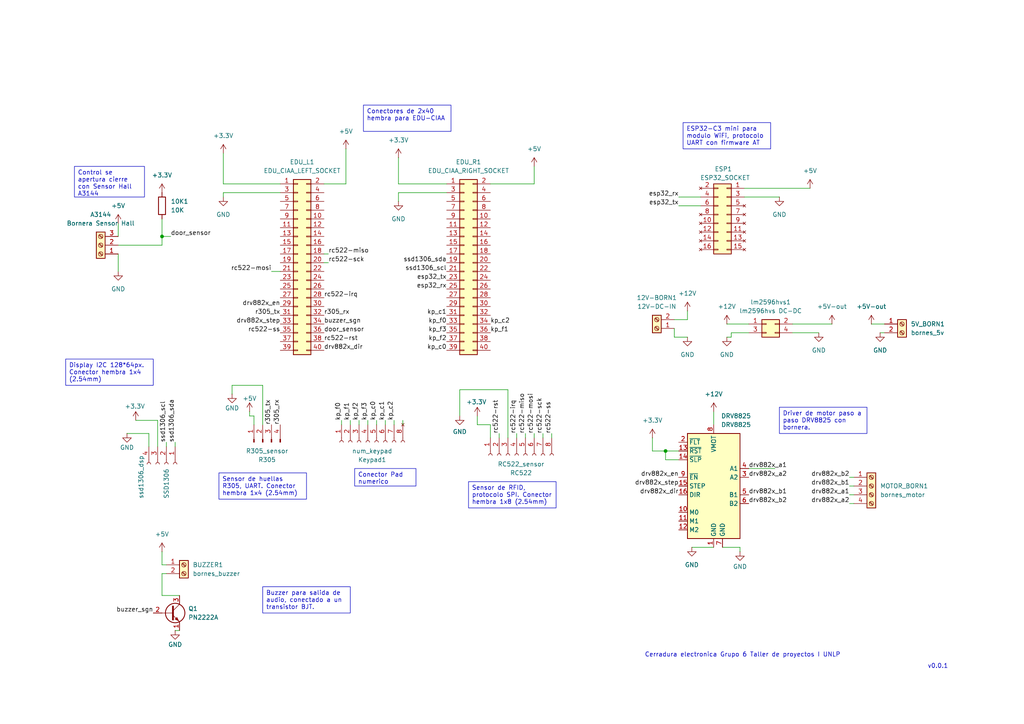
<source format=kicad_sch>
(kicad_sch (version 20250114) (generator "eeschema") (generator_version "9.0")
  (paper "A4")
  (lib_symbols
    (symbol "Conn_01x08_Socket_1" (pin_names (offset 1.016) (hide yes))
      (property "Reference" "Keypad1" (at 5.08 -1.27 90))
      (property "Value" "num_keypad" (at 2.54 -1.27 90))
      (symbol "Conn_01x08_Socket_1_1_1"
        (polyline (pts (xy -1.27 7.62) (xy -0.508 7.62)) (stroke (width 0.1524)))
        (polyline (pts (xy -1.27 5.08) (xy -0.508 5.08)) (stroke (width 0.1524)))
        (polyline (pts (xy -1.27 2.54) (xy -0.508 2.54)) (stroke (width 0.1524)))
        (polyline (pts (xy -1.27 0) (xy -0.508 0)) (stroke (width 0.1524)))
        (polyline (pts (xy -1.27 -2.54) (xy -0.508 -2.54)) (stroke (width 0.1524)))
        (polyline (pts (xy -1.27 -5.08) (xy -0.508 -5.08)) (stroke (width 0.1524)))
        (polyline (pts (xy -1.27 -7.62) (xy -0.508 -7.62)) (stroke (width 0.1524)))
        (polyline (pts (xy -1.27 -10.16) (xy -0.508 -10.16)) (stroke (width 0.1524)))
        (arc (start 0 7.112) (mid -0.5058 7.62) (end 0 8.128) (stroke (width 0.1524)))
        (arc (start 0 4.572) (mid -0.5058 5.08) (end 0 5.588) (stroke (width 0.1524)))
        (arc (start 0 2.032) (mid -0.5058 2.54) (end 0 3.048) (stroke (width 0.1524)))
        (arc (start 0 -0.508) (mid -0.5058 0) (end 0 0.508) (stroke (width 0.1524)))
        (arc (start 0 -3.048) (mid -0.5058 -2.54) (end 0 -2.032) (stroke (width 0.1524)))
        (arc (start 0 -5.588) (mid -0.5058 -5.08) (end 0 -4.572) (stroke (width 0.1524)))
        (arc (start 0 -8.128) (mid -0.5058 -7.62) (end 0 -7.112) (stroke (width 0.1524)))
        (arc (start 0 -10.668) (mid -0.5058 -10.16) (end 0 -9.652) (stroke (width 0.1524)))
        (pin passive line (at -5.08 7.62 0) (length 3.81) (name "F0") (number "1"))
        (pin passive line (at -5.08 5.08 0) (length 3.81) (name "F1") (number "2"))
        (pin passive line (at -5.08 2.54 0) (length 3.81) (name "F2") (number "3"))
        (pin passive line (at -5.08 0 0) (length 3.81) (name "F3") (number "4"))
        (pin passive line (at -5.08 -2.54 0) (length 3.81) (name "C0") (number "5"))
        (pin passive line (at -5.08 -5.08 0) (length 3.81) (name "C1") (number "6"))
        (pin passive line (at -5.08 -7.62 0) (length 3.81) (name "C2") (number "7"))
        (pin no_connect line (at -5.08 -10.16 0) (length 3.81) (name "Pin_8") (number "8"))
      )
    )
    (symbol "Connector:Conn_01x04_Pin" (pin_names (offset 1.016) (hide yes))
      (property "Reference" "R305" (at -5.08 -1.27 90))
      (property "Value" "R305_sensor" (at -2.54 -1.27 90))
      (symbol "Conn_01x04_Pin_1_1"
        (rectangle (start 0.8636 2.667) (end 0 2.413) (stroke (width 0.1524)) (fill (type outline)))
        (rectangle (start 0.8636 0.127) (end 0 -0.127) (stroke (width 0.1524)) (fill (type outline)))
        (rectangle (start 0.8636 -2.413) (end 0 -2.667) (stroke (width 0.1524)) (fill (type outline)))
        (rectangle (start 0.8636 -4.953) (end 0 -5.207) (stroke (width 0.1524)) (fill (type outline)))
        (polyline (pts (xy 1.27 2.54) (xy 0.8636 2.54)) (stroke (width 0.1524)))
        (polyline (pts (xy 1.27 0) (xy 0.8636 0)) (stroke (width 0.1524)))
        (polyline (pts (xy 1.27 -2.54) (xy 0.8636 -2.54)) (stroke (width 0.1524)))
        (polyline (pts (xy 1.27 -5.08) (xy 0.8636 -5.08)) (stroke (width 0.1524)))
        (pin passive line (at 5.08 2.54 180) (length 3.81) (name "5v") (number "1"))
        (pin passive line (at 5.08 0 180) (length 3.81) (name "GND") (number "2"))
        (pin passive line (at 5.08 -2.54 180) (length 3.81) (name "TX") (number "3"))
        (pin passive line (at 5.08 -5.08 180) (length 3.81) (name "RX") (number "4"))
      )
    )
    (symbol "Connector:Conn_01x04_Socket" (pin_names (offset 1.016) (hide yes))
      (property "Reference" "SSD1306" (at 1.27 0.0001 0))
      (property "Value" "ssd1306_dsp" (at -2.54 -7.366 0))
      (symbol "Conn_01x04_Socket_1_1"
        (polyline (pts (xy -1.27 2.54) (xy -0.508 2.54)) (stroke (width 0.1524)))
        (polyline (pts (xy -1.27 0) (xy -0.508 0)) (stroke (width 0.1524)))
        (polyline (pts (xy -1.27 -2.54) (xy -0.508 -2.54)) (stroke (width 0.1524)))
        (polyline (pts (xy -1.27 -5.08) (xy -0.508 -5.08)) (stroke (width 0.1524)))
        (arc (start 0 2.032) (mid -0.5058 2.54) (end 0 3.048) (stroke (width 0.1524)))
        (arc (start 0 -0.508) (mid -0.5058 0) (end 0 0.508) (stroke (width 0.1524)))
        (arc (start 0 -3.048) (mid -0.5058 -2.54) (end 0 -2.032) (stroke (width 0.1524)))
        (arc (start 0 -5.588) (mid -0.5058 -5.08) (end 0 -4.572) (stroke (width 0.1524)))
        (pin passive line (at -5.08 2.54 0) (length 3.81) (name "sda") (number "1"))
        (pin passive line (at -5.08 0 0) (length 3.81) (name "scl") (number "2"))
        (pin passive line (at -5.08 -2.54 0) (length 3.81) (name "3v") (number "3"))
        (pin passive line (at -5.08 -5.08 0) (length 3.81) (name "gnd") (number "4"))
      )
    )
    (symbol "Connector:Conn_01x08_Socket" (pin_names (offset 1.016) (hide yes))
      (property "Reference" "J" (at 0 10.16 0))
      (property "Value" "Conn_01x08_Socket" (at 0 -12.7 0))
      (symbol "Conn_01x08_Socket_1_1"
        (polyline (pts (xy -1.27 7.62) (xy -0.508 7.62)) (stroke (width 0.1524)))
        (polyline (pts (xy -1.27 5.08) (xy -0.508 5.08)) (stroke (width 0.1524)))
        (polyline (pts (xy -1.27 2.54) (xy -0.508 2.54)) (stroke (width 0.1524)))
        (polyline (pts (xy -1.27 0) (xy -0.508 0)) (stroke (width 0.1524)))
        (polyline (pts (xy -1.27 -2.54) (xy -0.508 -2.54)) (stroke (width 0.1524)))
        (polyline (pts (xy -1.27 -5.08) (xy -0.508 -5.08)) (stroke (width 0.1524)))
        (polyline (pts (xy -1.27 -7.62) (xy -0.508 -7.62)) (stroke (width 0.1524)))
        (polyline (pts (xy -1.27 -10.16) (xy -0.508 -10.16)) (stroke (width 0.1524)))
        (arc (start 0 7.112) (mid -0.5058 7.62) (end 0 8.128) (stroke (width 0.1524)))
        (arc (start 0 4.572) (mid -0.5058 5.08) (end 0 5.588) (stroke (width 0.1524)))
        (arc (start 0 2.032) (mid -0.5058 2.54) (end 0 3.048) (stroke (width 0.1524)))
        (arc (start 0 -0.508) (mid -0.5058 0) (end 0 0.508) (stroke (width 0.1524)))
        (arc (start 0 -3.048) (mid -0.5058 -2.54) (end 0 -2.032) (stroke (width 0.1524)))
        (arc (start 0 -5.588) (mid -0.5058 -5.08) (end 0 -4.572) (stroke (width 0.1524)))
        (arc (start 0 -8.128) (mid -0.5058 -7.62) (end 0 -7.112) (stroke (width 0.1524)))
        (arc (start 0 -10.668) (mid -0.5058 -10.16) (end 0 -9.652) (stroke (width 0.1524)))
        (pin passive line (at -5.08 7.62 0) (length 3.81) (name "Pin_1") (number "1"))
        (pin passive line (at -5.08 5.08 0) (length 3.81) (name "Pin_2") (number "2"))
        (pin passive line (at -5.08 2.54 0) (length 3.81) (name "Pin_3") (number "3"))
        (pin passive line (at -5.08 0 0) (length 3.81) (name "Pin_4") (number "4"))
        (pin passive line (at -5.08 -2.54 0) (length 3.81) (name "Pin_5") (number "5"))
        (pin passive line (at -5.08 -5.08 0) (length 3.81) (name "Pin_6") (number "6"))
        (pin passive line (at -5.08 -7.62 0) (length 3.81) (name "Pin_7") (number "7"))
        (pin passive line (at -5.08 -10.16 0) (length 3.81) (name "Pin_8") (number "8"))
      )
    )
    (symbol "Connector:Screw_Terminal_01x02" (pin_names (offset 1.016) (hide yes))
      (property "Reference" "J" (at 0 2.54 0))
      (property "Value" "Screw_Terminal_01x02" (at 0 -5.08 0))
      (symbol "Screw_Terminal_01x02_1_1"
        (rectangle (start -1.27 1.27) (end 1.27 -3.81) (stroke (width 0.254)) (fill (type background)))
        (polyline (pts (xy -0.5334 0.3302) (xy 0.3302 -0.508)) (stroke (width 0.1524)))
        (polyline (pts (xy -0.5334 -2.2098) (xy 0.3302 -3.048)) (stroke (width 0.1524)))
        (polyline (pts (xy -0.3556 0.508) (xy 0.508 -0.3302)) (stroke (width 0.1524)))
        (polyline (pts (xy -0.3556 -2.032) (xy 0.508 -2.8702)) (stroke (width 0.1524)))
        (circle (center 0 0) (radius 0.635) (stroke (width 0.1524)))
        (circle (center 0 -2.54) (radius 0.635) (stroke (width 0.1524)))
        (pin passive line (at -5.08 0 0) (length 3.81) (name "Pin_1") (number "1"))
        (pin passive line (at -5.08 -2.54 0) (length 3.81) (name "Pin_2") (number "2"))
      )
    )
    (symbol "Connector:Screw_Terminal_01x03" (pin_names (offset 1.016) (hide yes))
      (property "Reference" "J" (at 0 5.08 0))
      (property "Value" "Screw_Terminal_01x03" (at 0 -5.08 0))
      (symbol "Screw_Terminal_01x03_1_1"
        (rectangle (start -1.27 3.81) (end 1.27 -3.81) (stroke (width 0.254)) (fill (type background)))
        (polyline (pts (xy -0.5334 2.8702) (xy 0.3302 2.032)) (stroke (width 0.1524)))
        (polyline (pts (xy -0.5334 0.3302) (xy 0.3302 -0.508)) (stroke (width 0.1524)))
        (polyline (pts (xy -0.5334 -2.2098) (xy 0.3302 -3.048)) (stroke (width 0.1524)))
        (polyline (pts (xy -0.3556 3.048) (xy 0.508 2.2098)) (stroke (width 0.1524)))
        (polyline (pts (xy -0.3556 0.508) (xy 0.508 -0.3302)) (stroke (width 0.1524)))
        (polyline (pts (xy -0.3556 -2.032) (xy 0.508 -2.8702)) (stroke (width 0.1524)))
        (circle (center 0 2.54) (radius 0.635) (stroke (width 0.1524)))
        (circle (center 0 0) (radius 0.635) (stroke (width 0.1524)))
        (circle (center 0 -2.54) (radius 0.635) (stroke (width 0.1524)))
        (pin passive line (at -5.08 2.54 0) (length 3.81) (name "Pin_1") (number "1"))
        (pin passive line (at -5.08 0 0) (length 3.81) (name "Pin_2") (number "2"))
        (pin passive line (at -5.08 -2.54 0) (length 3.81) (name "Pin_3") (number "3"))
      )
    )
    (symbol "Connector:Screw_Terminal_01x04" (pin_names (offset 1.016) (hide yes))
      (property "Reference" "J" (at 0 5.08 0))
      (property "Value" "Screw_Terminal_01x04" (at 0 -7.62 0))
      (symbol "Screw_Terminal_01x04_1_1"
        (rectangle (start -1.27 3.81) (end 1.27 -6.35) (stroke (width 0.254)) (fill (type background)))
        (polyline (pts (xy -0.5334 2.8702) (xy 0.3302 2.032)) (stroke (width 0.1524)))
        (polyline (pts (xy -0.5334 0.3302) (xy 0.3302 -0.508)) (stroke (width 0.1524)))
        (polyline (pts (xy -0.5334 -2.2098) (xy 0.3302 -3.048)) (stroke (width 0.1524)))
        (polyline (pts (xy -0.5334 -4.7498) (xy 0.3302 -5.588)) (stroke (width 0.1524)))
        (polyline (pts (xy -0.3556 3.048) (xy 0.508 2.2098)) (stroke (width 0.1524)))
        (polyline (pts (xy -0.3556 0.508) (xy 0.508 -0.3302)) (stroke (width 0.1524)))
        (polyline (pts (xy -0.3556 -2.032) (xy 0.508 -2.8702)) (stroke (width 0.1524)))
        (polyline (pts (xy -0.3556 -4.572) (xy 0.508 -5.4102)) (stroke (width 0.1524)))
        (circle (center 0 2.54) (radius 0.635) (stroke (width 0.1524)))
        (circle (center 0 0) (radius 0.635) (stroke (width 0.1524)))
        (circle (center 0 -2.54) (radius 0.635) (stroke (width 0.1524)))
        (circle (center 0 -5.08) (radius 0.635) (stroke (width 0.1524)))
        (pin passive line (at -5.08 2.54 0) (length 3.81) (name "Pin_1") (number "1"))
        (pin passive line (at -5.08 0 0) (length 3.81) (name "Pin_2") (number "2"))
        (pin passive line (at -5.08 -2.54 0) (length 3.81) (name "Pin_3") (number "3"))
        (pin passive line (at -5.08 -5.08 0) (length 3.81) (name "Pin_4") (number "4"))
      )
    )
    (symbol "Connector_Generic:Conn_02x02_Odd_Even" (pin_names (offset 1.016) (hide yes))
      (property "Reference" "lm2596hvs1" (at 1.27 6.35 0))
      (property "Value" "lm2596hvs DC-DC" (at 1.27 3.81 0))
      (symbol "Conn_02x02_Odd_Even_1_1"
        (rectangle (start -1.27 1.27) (end 3.81 -3.81) (stroke (width 0.254)) (fill (type background)))
        (rectangle (start -1.27 0.127) (end 0 -0.127) (stroke (width 0.1524)))
        (rectangle (start -1.27 -2.413) (end 0 -2.667) (stroke (width 0.1524)))
        (rectangle (start 3.81 0.127) (end 2.54 -0.127) (stroke (width 0.1524)))
        (rectangle (start 3.81 -2.413) (end 2.54 -2.667) (stroke (width 0.1524)))
        (pin passive line (at -5.08 0 0) (length 3.81) (name "in+") (number "1"))
        (pin passive line (at -5.08 -2.54 0) (length 3.81) (name "in-") (number "3"))
        (pin passive line (at 7.62 0 180) (length 3.81) (name "out+") (number "2"))
        (pin passive line (at 7.62 -2.54 180) (length 3.81) (name "out-") (number "4"))
      )
    )
    (symbol "Connector_Generic:Conn_02x08_Odd_Even" (pin_names (offset 1.016) (hide yes))
      (property "Reference" "ESP" (at 0.254 13.208 0))
      (property "Value" "ESP32_SOCKET" (at 0.762 10.668 0))
      (symbol "Conn_02x08_Odd_Even_1_1"
        (rectangle (start -2.54 7.747) (end -1.27 7.493) (stroke (width 0.1524)))
        (rectangle (start -2.54 5.207) (end -1.27 4.953) (stroke (width 0.1524)))
        (rectangle (start -2.54 2.667) (end -1.27 2.413) (stroke (width 0.1524)))
        (rectangle (start -2.54 0.127) (end -1.27 -0.127) (stroke (width 0.1524)))
        (rectangle (start -2.54 -2.413) (end -1.27 -2.667) (stroke (width 0.1524)))
        (rectangle (start -2.54 -4.953) (end -1.27 -5.207) (stroke (width 0.1524)))
        (rectangle (start -2.54 -7.493) (end -1.27 -7.747) (stroke (width 0.1524)))
        (rectangle (start -2.54 -10.033) (end -1.27 -10.287) (stroke (width 0.1524)))
        (rectangle (start 2.54 8.89) (end -2.54 -11.43) (stroke (width 0.254)) (fill (type background)))
        (rectangle (start 2.54 7.747) (end 1.27 7.493) (stroke (width 0.1524)))
        (rectangle (start 2.54 5.207) (end 1.27 4.953) (stroke (width 0.1524)))
        (rectangle (start 2.54 2.667) (end 1.27 2.413) (stroke (width 0.1524)))
        (rectangle (start 2.54 0.127) (end 1.27 -0.127) (stroke (width 0.1524)))
        (rectangle (start 2.54 -2.413) (end 1.27 -2.667) (stroke (width 0.1524)))
        (rectangle (start 2.54 -4.953) (end 1.27 -5.207) (stroke (width 0.1524)))
        (rectangle (start 2.54 -7.493) (end 1.27 -7.747) (stroke (width 0.1524)))
        (rectangle (start 2.54 -10.033) (end 1.27 -10.287) (stroke (width 0.1524)))
        (pin no_connect line (at -6.35 7.62 0) (length 3.81) (name "Pin_2") (number "2"))
        (pin passive line (at -6.35 5.08 0) (length 3.81) (name "RX") (number "4"))
        (pin passive line (at -6.35 2.54 0) (length 3.81) (name "TX") (number "6"))
        (pin no_connect line (at -6.35 0 0) (length 3.81) (name "Pin_8") (number "8"))
        (pin no_connect line (at -6.35 -2.54 0) (length 3.81) (name "Pin_10") (number "10"))
        (pin no_connect line (at -6.35 -5.08 0) (length 3.81) (name "Pin_12") (number "12"))
        (pin no_connect line (at -6.35 -7.62 0) (length 3.81) (name "Pin_14") (number "14"))
        (pin no_connect line (at -6.35 -10.16 0) (length 3.81) (name "Pin_16") (number "16"))
        (pin passive line (at 6.35 7.62 180) (length 3.81) (name "5v") (number "1"))
        (pin passive line (at 6.35 5.08 180) (length 3.81) (name "G") (number "3"))
        (pin no_connect line (at 6.35 2.54 180) (length 3.81) (name "3v") (number "5"))
        (pin no_connect line (at 6.35 0 180) (length 3.81) (name "Pin_7") (number "7"))
        (pin no_connect line (at 6.35 -2.54 180) (length 3.81) (name "Pin_9") (number "9"))
        (pin no_connect line (at 6.35 -5.08 180) (length 3.81) (name "Pin_11") (number "11"))
        (pin no_connect line (at 6.35 -7.62 180) (length 3.81) (name "Pin_13") (number "13"))
        (pin no_connect line (at 6.35 -10.16 180) (length 3.81) (name "Pin_15") (number "15"))
      )
    )
    (symbol "Connector_Generic:Conn_02x20_Odd_Even" (pin_names (offset 1.016) (hide yes))
      (property "Reference" "J" (at 1.27 25.4 0))
      (property "Value" "Conn_02x20_Odd_Even" (at 1.27 -27.94 0))
      (symbol "Conn_02x20_Odd_Even_1_1"
        (rectangle (start -1.27 24.13) (end 3.81 -26.67) (stroke (width 0.254)) (fill (type background)))
        (rectangle (start -1.27 22.987) (end 0 22.733) (stroke (width 0.1524)))
        (rectangle (start -1.27 20.447) (end 0 20.193) (stroke (width 0.1524)))
        (rectangle (start -1.27 17.907) (end 0 17.653) (stroke (width 0.1524)))
        (rectangle (start -1.27 15.367) (end 0 15.113) (stroke (width 0.1524)))
        (rectangle (start -1.27 12.827) (end 0 12.573) (stroke (width 0.1524)))
        (rectangle (start -1.27 10.287) (end 0 10.033) (stroke (width 0.1524)))
        (rectangle (start -1.27 7.747) (end 0 7.493) (stroke (width 0.1524)))
        (rectangle (start -1.27 5.207) (end 0 4.953) (stroke (width 0.1524)))
        (rectangle (start -1.27 2.667) (end 0 2.413) (stroke (width 0.1524)))
        (rectangle (start -1.27 0.127) (end 0 -0.127) (stroke (width 0.1524)))
        (rectangle (start -1.27 -2.413) (end 0 -2.667) (stroke (width 0.1524)))
        (rectangle (start -1.27 -4.953) (end 0 -5.207) (stroke (width 0.1524)))
        (rectangle (start -1.27 -7.493) (end 0 -7.747) (stroke (width 0.1524)))
        (rectangle (start -1.27 -10.033) (end 0 -10.287) (stroke (width 0.1524)))
        (rectangle (start -1.27 -12.573) (end 0 -12.827) (stroke (width 0.1524)))
        (rectangle (start -1.27 -15.113) (end 0 -15.367) (stroke (width 0.1524)))
        (rectangle (start -1.27 -17.653) (end 0 -17.907) (stroke (width 0.1524)))
        (rectangle (start -1.27 -20.193) (end 0 -20.447) (stroke (width 0.1524)))
        (rectangle (start -1.27 -22.733) (end 0 -22.987) (stroke (width 0.1524)))
        (rectangle (start -1.27 -25.273) (end 0 -25.527) (stroke (width 0.1524)))
        (rectangle (start 3.81 22.987) (end 2.54 22.733) (stroke (width 0.1524)))
        (rectangle (start 3.81 20.447) (end 2.54 20.193) (stroke (width 0.1524)))
        (rectangle (start 3.81 17.907) (end 2.54 17.653) (stroke (width 0.1524)))
        (rectangle (start 3.81 15.367) (end 2.54 15.113) (stroke (width 0.1524)))
        (rectangle (start 3.81 12.827) (end 2.54 12.573) (stroke (width 0.1524)))
        (rectangle (start 3.81 10.287) (end 2.54 10.033) (stroke (width 0.1524)))
        (rectangle (start 3.81 7.747) (end 2.54 7.493) (stroke (width 0.1524)))
        (rectangle (start 3.81 5.207) (end 2.54 4.953) (stroke (width 0.1524)))
        (rectangle (start 3.81 2.667) (end 2.54 2.413) (stroke (width 0.1524)))
        (rectangle (start 3.81 0.127) (end 2.54 -0.127) (stroke (width 0.1524)))
        (rectangle (start 3.81 -2.413) (end 2.54 -2.667) (stroke (width 0.1524)))
        (rectangle (start 3.81 -4.953) (end 2.54 -5.207) (stroke (width 0.1524)))
        (rectangle (start 3.81 -7.493) (end 2.54 -7.747) (stroke (width 0.1524)))
        (rectangle (start 3.81 -10.033) (end 2.54 -10.287) (stroke (width 0.1524)))
        (rectangle (start 3.81 -12.573) (end 2.54 -12.827) (stroke (width 0.1524)))
        (rectangle (start 3.81 -15.113) (end 2.54 -15.367) (stroke (width 0.1524)))
        (rectangle (start 3.81 -17.653) (end 2.54 -17.907) (stroke (width 0.1524)))
        (rectangle (start 3.81 -20.193) (end 2.54 -20.447) (stroke (width 0.1524)))
        (rectangle (start 3.81 -22.733) (end 2.54 -22.987) (stroke (width 0.1524)))
        (rectangle (start 3.81 -25.273) (end 2.54 -25.527) (stroke (width 0.1524)))
        (pin passive line (at -5.08 22.86 0) (length 3.81) (name "Pin_1") (number "1"))
        (pin passive line (at -5.08 20.32 0) (length 3.81) (name "Pin_3") (number "3"))
        (pin passive line (at -5.08 17.78 0) (length 3.81) (name "Pin_5") (number "5"))
        (pin passive line (at -5.08 15.24 0) (length 3.81) (name "Pin_7") (number "7"))
        (pin passive line (at -5.08 12.7 0) (length 3.81) (name "Pin_9") (number "9"))
        (pin passive line (at -5.08 10.16 0) (length 3.81) (name "Pin_11") (number "11"))
        (pin passive line (at -5.08 7.62 0) (length 3.81) (name "Pin_13") (number "13"))
        (pin passive line (at -5.08 5.08 0) (length 3.81) (name "Pin_15") (number "15"))
        (pin passive line (at -5.08 2.54 0) (length 3.81) (name "Pin_17") (number "17"))
        (pin passive line (at -5.08 0 0) (length 3.81) (name "Pin_19") (number "19"))
        (pin passive line (at -5.08 -2.54 0) (length 3.81) (name "Pin_21") (number "21"))
        (pin passive line (at -5.08 -5.08 0) (length 3.81) (name "Pin_23") (number "23"))
        (pin passive line (at -5.08 -7.62 0) (length 3.81) (name "Pin_25") (number "25"))
        (pin passive line (at -5.08 -10.16 0) (length 3.81) (name "Pin_27") (number "27"))
        (pin passive line (at -5.08 -12.7 0) (length 3.81) (name "Pin_29") (number "29"))
        (pin passive line (at -5.08 -15.24 0) (length 3.81) (name "Pin_31") (number "31"))
        (pin passive line (at -5.08 -17.78 0) (length 3.81) (name "Pin_33") (number "33"))
        (pin passive line (at -5.08 -20.32 0) (length 3.81) (name "Pin_35") (number "35"))
        (pin passive line (at -5.08 -22.86 0) (length 3.81) (name "Pin_37") (number "37"))
        (pin passive line (at -5.08 -25.4 0) (length 3.81) (name "Pin_39") (number "39"))
        (pin passive line (at 7.62 22.86 180) (length 3.81) (name "Pin_2") (number "2"))
        (pin passive line (at 7.62 20.32 180) (length 3.81) (name "Pin_4") (number "4"))
        (pin passive line (at 7.62 17.78 180) (length 3.81) (name "Pin_6") (number "6"))
        (pin passive line (at 7.62 15.24 180) (length 3.81) (name "Pin_8") (number "8"))
        (pin passive line (at 7.62 12.7 180) (length 3.81) (name "Pin_10") (number "10"))
        (pin passive line (at 7.62 10.16 180) (length 3.81) (name "Pin_12") (number "12"))
        (pin passive line (at 7.62 7.62 180) (length 3.81) (name "Pin_14") (number "14"))
        (pin passive line (at 7.62 5.08 180) (length 3.81) (name "Pin_16") (number "16"))
        (pin passive line (at 7.62 2.54 180) (length 3.81) (name "Pin_18") (number "18"))
        (pin passive line (at 7.62 0 180) (length 3.81) (name "Pin_20") (number "20"))
        (pin passive line (at 7.62 -2.54 180) (length 3.81) (name "Pin_22") (number "22"))
        (pin passive line (at 7.62 -5.08 180) (length 3.81) (name "Pin_24") (number "24"))
        (pin passive line (at 7.62 -7.62 180) (length 3.81) (name "Pin_26") (number "26"))
        (pin passive line (at 7.62 -10.16 180) (length 3.81) (name "Pin_28") (number "28"))
        (pin passive line (at 7.62 -12.7 180) (length 3.81) (name "Pin_30") (number "30"))
        (pin passive line (at 7.62 -15.24 180) (length 3.81) (name "Pin_32") (number "32"))
        (pin passive line (at 7.62 -17.78 180) (length 3.81) (name "Pin_34") (number "34"))
        (pin passive line (at 7.62 -20.32 180) (length 3.81) (name "Pin_36") (number "36"))
        (pin passive line (at 7.62 -22.86 180) (length 3.81) (name "Pin_38") (number "38"))
        (pin passive line (at 7.62 -25.4 180) (length 3.81) (name "Pin_40") (number "40"))
      )
    )
    (symbol "Device:R" (pin_numbers (hide yes)) (pin_names (offset 0))
      (property "Reference" "R" (at 2.032 0 90))
      (property "Value" "R" (at 0 0 90))
      (symbol "R_0_1"
        (rectangle (start -1.016 -2.54) (end 1.016 2.54) (stroke (width 0.254)))
      )
      (symbol "R_1_1"
        (pin passive line (at 0 3.81 270) (length 1.27) (name "~") (number "1"))
        (pin passive line (at 0 -3.81 90) (length 1.27) (name "~") (number "2"))
      )
    )
    (symbol "Driver_Motor:Pololu_Breakout_DRV8825"
      (property "Reference" "A" (at -2.54 16.51 0))
      (property "Value" "Pololu_Breakout_DRV8825" (at -2.54 13.97 0))
      (symbol "Pololu_Breakout_DRV8825_0_1"
        (rectangle (start 7.62 -17.78) (end -7.62 12.7) (stroke (width 0.254)) (fill (type background)))
      )
      (symbol "Pololu_Breakout_DRV8825_1_1"
        (pin output line (at -10.16 10.16 0) (length 2.54) (name "~{FLT}") (number "2"))
        (pin input line (at -10.16 7.62 0) (length 2.54) (name "~{RST}") (number "13"))
        (pin input line (at -10.16 5.08 0) (length 2.54) (name "~{SLP}") (number "14"))
        (pin input line (at -10.16 0 0) (length 2.54) (name "~{EN}") (number "9"))
        (pin input line (at -10.16 -2.54 0) (length 2.54) (name "STEP") (number "15"))
        (pin input line (at -10.16 -5.08 0) (length 2.54) (name "DIR") (number "16"))
        (pin input line (at -10.16 -10.16 0) (length 2.54) (name "M0") (number "10"))
        (pin input line (at -10.16 -12.7 0) (length 2.54) (name "M1") (number "11"))
        (pin input line (at -10.16 -15.24 0) (length 2.54) (name "M2") (number "12"))
        (pin power_in line (at 0 15.24 270) (length 2.54) (name "VMOT") (number "8"))
        (pin power_in line (at 0 -20.32 90) (length 2.54) (name "GND") (number "1"))
        (pin power_in line (at 2.54 -20.32 90) (length 2.54) (name "GND") (number "7"))
        (pin output line (at 10.16 2.54 180) (length 2.54) (name "A1") (number "4"))
        (pin output line (at 10.16 0 180) (length 2.54) (name "A2") (number "3"))
        (pin output line (at 10.16 -5.08 180) (length 2.54) (name "B1") (number "5"))
        (pin output line (at 10.16 -7.62 180) (length 2.54) (name "B2") (number "6"))
      )
    )
    (symbol "Transistor_BJT:PN2222A" (pin_names (offset 0) (hide yes))
      (property "Reference" "Q" (at 5.08 1.905 0))
      (property "Value" "PN2222A" (at 5.08 0 0))
      (symbol "PN2222A_0_1"
        (polyline (pts (xy -2.54 0) (xy 0.635 0)))
        (polyline (pts (xy 0.635 1.905) (xy 0.635 -1.905)) (stroke (width 0.508)))
        (circle (center 1.27 0) (radius 2.8194) (stroke (width 0.254)))
      )
      (symbol "PN2222A_1_1"
        (polyline (pts (xy 0.635 0.635) (xy 2.54 2.54)))
        (polyline (pts (xy 0.635 -0.635) (xy 2.54 -2.54)))
        (polyline (pts (xy 1.27 -1.778) (xy 1.778 -1.27) (xy 2.286 -2.286) (xy 1.27 -1.778)) (fill (type outline)))
        (pin input line (at -5.08 0 0) (length 2.54) (name "B") (number "2"))
        (pin passive line (at 2.54 5.08 270) (length 2.54) (name "C") (number "3"))
        (pin passive line (at 2.54 -5.08 90) (length 2.54) (name "E") (number "1"))
      )
    )
    (symbol "power:+12V" (power) (pin_numbers (hide yes)) (pin_names (offset 0) (hide yes))
      (property "Value" "+12V" (at 0 3.556 0))
      (symbol "+12V_0_1"
        (polyline (pts (xy -0.762 1.27) (xy 0 2.54)))
        (polyline (pts (xy 0 2.54) (xy 0.762 1.27)))
        (polyline (pts (xy 0 0) (xy 0 2.54)))
      )
      (symbol "+12V_1_1"
        (pin power_in line (at 0 0 90) (length 0) (name "~") (number "1"))
      )
    )
    (symbol "power:+3.3V" (power) (pin_numbers (hide yes)) (pin_names (offset 0) (hide yes))
      (property "Value" "+3.3V" (at 0 3.556 0))
      (symbol "+3.3V_0_1"
        (polyline (pts (xy -0.762 1.27) (xy 0 2.54)))
        (polyline (pts (xy 0 2.54) (xy 0.762 1.27)))
        (polyline (pts (xy 0 0) (xy 0 2.54)))
      )
      (symbol "+3.3V_1_1"
        (pin power_in line (at 0 0 90) (length 0) (name "~") (number "1"))
      )
    )
    (symbol "power:+5V" (power) (pin_numbers (hide yes)) (pin_names (offset 0) (hide yes))
      (property "Value" "+5V" (at 0 3.556 0))
      (symbol "+5V_0_1"
        (polyline (pts (xy -0.762 1.27) (xy 0 2.54)))
        (polyline (pts (xy 0 2.54) (xy 0.762 1.27)))
        (polyline (pts (xy 0 0) (xy 0 2.54)))
      )
      (symbol "+5V_1_1"
        (pin power_in line (at 0 0 90) (length 0) (name "~") (number "1"))
      )
    )
    (symbol "power:GND" (power) (pin_numbers (hide yes)) (pin_names (offset 0) (hide yes))
      (property "Value" "GND" (at 0 -3.81 0))
      (symbol "GND_0_1"
        (polyline (pts (xy 0 0) (xy 0 -1.27) (xy 1.27 -1.27) (xy 0 -2.54) (xy -1.27 -1.27) (xy 0 -1.27)))
      )
      (symbol "GND_1_1"
        (pin power_in line (at 0 0 270) (length 0) (name "~") (number "1"))
      )
    )
  )
  (text "v0.0.1" (at 272.034 193.294 0) (effects (font (size 1.27 1.27))))
  (text "Cerradura electronica Grupo 6 Taller de proyectos I UNLP" (at 215.392 189.992 0) (effects (font (size 1.27 1.27))))
  (text_box "Driver de motor paso a paso DRV8825 con bornera." (at 226.06 118.11 0) (size 25.4 7.62) (margins 0.9525 0.9525 0.9525 0.9525) (effects (font (size 1.27 1.27)) (justify left top)))
  (text_box "Display I2C 128*64px. Conector hembra 1x4 (2.54mm)" (at 19.05 104.14 0) (size 25.4 7.62) (margins 0.9525 0.9525 0.9525 0.9525) (effects (font (size 1.27 1.27)) (justify left top)))
  (text_box "Control se apertura cierre con Sensor Hall A3144" (at 21.59 48.26 0) (size 20.32 8.89) (margins 0.9525 0.9525 0.9525 0.9525) (effects (font (size 1.27 1.27)) (justify left top)))
  (text_box "Conectores de 2x40 hembra para EDU-CIAA" (at 105.41 30.48 0) (size 25.4 7.62) (margins 0.9525 0.9525 0.9525 0.9525) (effects (font (size 1.27 1.27)) (justify left top)))
  (text_box "Buzzer para salida de audio, conectado a un transistor BJT." (at 76.2 170.18 0) (size 25.4 7.62) (margins 0.9525 0.9525 0.9525 0.9525) (effects (font (size 1.27 1.27)) (justify left top)))
  (text_box "Conector Pad numerico" (at 102.87 135.89 0) (size 17.78 5.08) (margins 0.9525 0.9525 0.9525 0.9525) (effects (font (size 1.27 1.27)) (justify left top)))
  (text_box "ESP32-C3 mini para modulo WiFi, protocolo UART con firmware AT" (at 198.12 35.56 0) (size 25.4 7.62) (margins 0.9525 0.9525 0.9525 0.9525) (effects (font (size 1.27 1.27)) (justify left top)))
  (text_box "Sensor de huellas R305, UART. Conector hembra 1x4 (2.54mm)" (at 63.5 137.16 0) (size 25.4 7.62) (margins 0.9525 0.9525 0.9525 0.9525) (effects (font (size 1.27 1.27)) (justify left top)))
  (text_box "Sensor de RFID, protocolo SPI. Conector hembra 1x8 (2.54mm)" (at 135.89 139.7 0) (size 25.4 7.62) (margins 0.9525 0.9525 0.9525 0.9525) (effects (font (size 1.27 1.27)) (justify left top)))
  (junction (at 46.99 68.58))
  (junction (at 193.04 130.81))
  (wire (pts (xy 114.3 123.19) (xy 114.3 121.92)))
  (wire (pts (xy 48.26 166.37) (xy 46.99 166.37)))
  (wire (pts (xy 229.87 96.52) (xy 237.49 96.52)))
  (wire (pts (xy 196.85 59.69) (xy 203.2 59.69)))
  (wire (pts (xy 72.39 119.38) (xy 72.39 120.65)))
  (wire (pts (xy 115.57 58.42) (xy 115.57 55.88)))
  (wire (pts (xy 99.06 123.19) (xy 99.06 121.92)))
  (wire (pts (xy 149.86 127) (xy 149.86 125.73)))
  (wire (pts (xy 100.33 53.34) (xy 100.33 43.18)))
  (wire (pts (xy 247.65 146.05) (xy 246.38 146.05)))
  (wire (pts (xy 210.82 93.98) (xy 217.17 93.98)))
  (wire (pts (xy 52.07 182.88) (xy 50.8 182.88)))
  (wire (pts (xy 133.35 113.03) (xy 133.35 120.65)))
  (wire (pts (xy 64.77 55.88) (xy 81.28 55.88)))
  (wire (pts (xy 109.22 123.19) (xy 109.22 121.92)))
  (wire (pts (xy 104.14 123.19) (xy 104.14 121.92)))
  (wire (pts (xy 46.99 71.12) (xy 46.99 68.58)))
  (wire (pts (xy 36.83 125.73) (xy 43.18 125.73)))
  (wire (pts (xy 116.84 123.19) (xy 116.84 121.92)))
  (wire (pts (xy 64.77 57.15) (xy 64.77 55.88)))
  (wire (pts (xy 212.09 96.52) (xy 217.17 96.52)))
  (wire (pts (xy 64.77 44.45) (xy 64.77 53.34)))
  (wire (pts (xy 154.94 127) (xy 154.94 125.73)))
  (wire (pts (xy 229.87 93.98) (xy 241.3 93.98)))
  (wire (pts (xy 115.57 53.34) (xy 129.54 53.34)))
  (wire (pts (xy 46.99 63.5) (xy 46.99 68.58)))
  (wire (pts (xy 247.65 140.97) (xy 246.38 140.97)))
  (wire (pts (xy 48.26 129.54) (xy 48.26 128.27)))
  (wire (pts (xy 95.25 73.66) (xy 93.98 73.66)))
  (wire (pts (xy 101.6 123.19) (xy 101.6 121.92)))
  (wire (pts (xy 34.29 64.77) (xy 34.29 68.58)))
  (wire (pts (xy 255.27 96.52) (xy 256.54 96.52)))
  (wire (pts (xy 46.99 163.83) (xy 48.26 163.83)))
  (wire (pts (xy 111.76 123.19) (xy 111.76 121.92)))
  (wire (pts (xy 199.39 90.17) (xy 199.39 92.71)))
  (wire (pts (xy 93.98 53.34) (xy 100.33 53.34)))
  (wire (pts (xy 142.24 53.34) (xy 154.94 53.34)))
  (wire (pts (xy 115.57 55.88) (xy 129.54 55.88)))
  (wire (pts (xy 196.85 133.35) (xy 193.04 133.35)))
  (wire (pts (xy 50.8 129.54) (xy 50.8 128.27)))
  (wire (pts (xy 72.39 120.65) (xy 73.66 120.65)))
  (wire (pts (xy 144.78 127) (xy 144.78 125.73)))
  (wire (pts (xy 34.29 78.74) (xy 34.29 73.66)))
  (wire (pts (xy 252.73 93.98) (xy 256.54 93.98)))
  (wire (pts (xy 46.99 160.02) (xy 46.99 163.83)))
  (wire (pts (xy 195.58 95.25) (xy 195.58 97.79)))
  (wire (pts (xy 200.66 158.75) (xy 207.01 158.75)))
  (wire (pts (xy 160.02 127) (xy 160.02 125.73)))
  (wire (pts (xy 95.25 76.2) (xy 93.98 76.2)))
  (wire (pts (xy 147.32 127) (xy 147.32 113.03)))
  (wire (pts (xy 209.55 158.75) (xy 214.63 158.75)))
  (wire (pts (xy 247.65 138.43) (xy 246.38 138.43)))
  (wire (pts (xy 193.04 130.81) (xy 189.23 130.81)))
  (wire (pts (xy 49.53 68.58) (xy 46.99 68.58)))
  (wire (pts (xy 43.18 125.73) (xy 43.18 129.54)))
  (wire (pts (xy 34.29 71.12) (xy 46.99 71.12)))
  (wire (pts (xy 78.74 78.74) (xy 81.28 78.74)))
  (wire (pts (xy 210.82 97.79) (xy 212.09 97.79)))
  (wire (pts (xy 46.99 166.37) (xy 46.99 172.72)))
  (wire (pts (xy 214.63 158.75) (xy 214.63 160.02)))
  (wire (pts (xy 73.66 120.65) (xy 73.66 123.19)))
  (wire (pts (xy 196.85 130.81) (xy 193.04 130.81)))
  (wire (pts (xy 147.32 113.03) (xy 133.35 113.03)))
  (wire (pts (xy 152.4 127) (xy 152.4 125.73)))
  (wire (pts (xy 212.09 97.79) (xy 212.09 96.52)))
  (wire (pts (xy 142.24 123.19) (xy 142.24 127)))
  (wire (pts (xy 67.31 111.76) (xy 67.31 114.3)))
  (wire (pts (xy 193.04 133.35) (xy 193.04 130.81)))
  (wire (pts (xy 115.57 45.72) (xy 115.57 53.34)))
  (wire (pts (xy 157.48 127) (xy 157.48 125.73)))
  (wire (pts (xy 76.2 123.19) (xy 76.2 111.76)))
  (wire (pts (xy 106.68 123.19) (xy 106.68 121.92)))
  (wire (pts (xy 195.58 97.79) (xy 199.39 97.79)))
  (wire (pts (xy 215.9 54.61) (xy 234.95 54.61)))
  (wire (pts (xy 215.9 57.15) (xy 226.06 57.15)))
  (wire (pts (xy 247.65 143.51) (xy 246.38 143.51)))
  (wire (pts (xy 45.72 129.54) (xy 45.72 121.92)))
  (wire (pts (xy 138.43 123.19) (xy 142.24 123.19)))
  (wire (pts (xy 76.2 111.76) (xy 67.31 111.76)))
  (wire (pts (xy 154.94 53.34) (xy 154.94 48.26)))
  (wire (pts (xy 45.72 121.92) (xy 39.37 121.92)))
  (wire (pts (xy 199.39 92.71) (xy 195.58 92.71)))
  (wire (pts (xy 52.07 172.72) (xy 46.99 172.72)))
  (wire (pts (xy 217.17 135.89) (xy 224.79 135.89)))
  (wire (pts (xy 138.43 120.65) (xy 138.43 123.19)))
  (wire (pts (xy 196.85 57.15) (xy 203.2 57.15)))
  (wire (pts (xy 189.23 127) (xy 189.23 130.81)))
  (wire (pts (xy 64.77 53.34) (xy 81.28 53.34)))
  (wire (pts (xy 207.01 119.38) (xy 207.01 123.19)))
  (label "drv882x_a1" (at 217.17 135.89 0))
  (label "esp32_tx" (at 129.54 81.28 180))
  (label "drv882x_en" (at 196.85 138.43 180))
  (label "ssd1306_scl" (at 129.54 78.74 180))
  (label "r305_rx" (at 93.98 91.44 0))
  (label "drv882x_en" (at 81.28 88.9 180))
  (label "esp32_rx" (at 196.85 57.15 180))
  (label "door_sensor" (at 49.53 68.58 0))
  (label "kp_f3" (at 106.68 121.92 90))
  (label "buzzer_sgn" (at 44.45 177.8 180))
  (label "esp32_tx" (at 196.85 59.69 180))
  (label "kp_c0" (at 109.22 121.92 90))
  (label "drv882x_b1" (at 246.38 140.97 180))
  (label "kp_c0" (at 129.54 101.6 180))
  (label "drv882x_b2" (at 217.17 146.05 0))
  (label "esp32_rx" (at 129.54 83.82 180))
  (label "rc522-irq" (at 149.86 125.73 90))
  (label "kp_f1" (at 101.6 121.92 90))
  (label "kp_f0" (at 99.06 121.92 90))
  (label "rc522-mosi" (at 78.74 78.74 180))
  (label "drv882x_step" (at 196.85 140.97 180))
  (label "rc522-irq" (at 93.98 86.36 0))
  (label "kp_c1" (at 129.54 91.44 180))
  (label "ssd1306_sda" (at 129.54 76.2 180))
  (label "kp_f2" (at 104.14 121.92 90))
  (label "kp_c2" (at 114.3 121.92 90))
  (label "drv882x_a2" (at 246.38 146.05 180))
  (label "rc522-sck" (at 157.48 125.73 90))
  (label "rc522-ss" (at 81.28 96.52 180))
  (label "rc522-miso" (at 95.25 73.66 0))
  (label "rc522-ss" (at 160.02 125.73 90))
  (label "kp_f2" (at 129.54 99.06 180))
  (label "rc522-mosi" (at 154.94 125.73 90))
  (label "drv882x_b1" (at 217.17 143.51 0))
  (label "rc522-rst" (at 144.78 125.73 90))
  (label "r305_tx" (at 78.74 123.19 90))
  (label "rc522-miso" (at 152.4 125.73 90))
  (label "kp_c2" (at 142.24 93.98 0))
  (label "ssd1306_sda" (at 50.8 128.27 90))
  (label "r305_tx" (at 81.28 91.44 180))
  (label "rc522-sck" (at 95.25 76.2 0))
  (label "door_sensor" (at 93.98 96.52 0))
  (label "kp_f3" (at 129.54 96.52 180))
  (label "kp_f1" (at 142.24 96.52 0))
  (label "drv882x_a2" (at 217.17 138.43 0))
  (label "buzzer_sgn" (at 93.98 93.98 0))
  (label "kp_c1" (at 111.76 121.92 90))
  (label "ssd1306_scl" (at 48.26 128.27 90))
  (label "drv882x_a1" (at 246.38 143.51 180))
  (label "drv882x_dir" (at 196.85 143.51 180))
  (label "kp_f0" (at 129.54 93.98 180))
  (label "r305_rx" (at 81.28 123.19 90))
  (label "drv882x_dir" (at 93.98 101.6 0))
  (label "drv882x_b2" (at 246.38 138.43 180))
  (label "drv882x_step" (at 81.28 93.98 180))
  (label "rc522-rst" (at 93.98 99.06 0))
  (symbol (lib_id "power:+5V") (at 154.94 48.26 0) (unit 1)
    (property "Reference" "#PWR015" (effects (hide yes)))
    (property "Value" "+5V" (at 154.94 43.18 0))
    (property "Description" "Power symbol creates a global label with name \"+5V\"" (effects (hide yes)))
  )
  (symbol (lib_id "power:+3.3V") (at 46.99 55.88 0) (unit 1)
    (property "Reference" "#PWR019" (effects (hide yes)))
    (property "Value" "+3.3V" (at 46.99 50.8 0))
    (property "Description" "Power symbol creates a global label with name \"+3.3V\"" (effects (hide yes)))
  )
  (symbol (lib_id "power:+5V") (at 252.73 93.98 0) (unit 1)
    (property "Reference" "#PWR028" (effects (hide yes)))
    (property "Value" "+5V-out" (at 252.73 88.9 0))
    (property "Description" "Power symbol creates a global label with name \"+5V\"" (effects (hide yes)))
  )
  (symbol (lib_id "Transistor_BJT:PN2222A") (at 49.53 177.8 0) (unit 1)
    (property "Reference" "Q1" (at 54.61 176.5299 0) (effects (justify left)))
    (property "Value" "PN2222A" (at 54.61 179.0699 0) (effects (justify left)))
    (property "Footprint" "Package_TO_SOT_THT:TO-92_Inline" (effects (hide yes)))
    (property "Datasheet" "https://www.onsemi.com/pub/Collateral/PN2222-D.PDF" (effects (hide yes)))
    (property "Description" "1A Ic, 40V Vce, NPN Transistor, General Purpose Transistor, TO-92" (effects (hide yes)))
  )
  (symbol (lib_id "power:+3.3V") (at 138.43 120.65 0) (unit 1)
    (property "Reference" "#PWR09" (effects (hide yes)))
    (property "Value" "+3.3V" (at 138.176 116.586 0))
    (property "Description" "Power symbol creates a global label with name \"+3.3V\"" (effects (hide yes)))
  )
  (symbol (lib_id "power:+5V") (at 100.33 43.18 0) (unit 1)
    (property "Reference" "#PWR02" (effects (hide yes)))
    (property "Value" "+5V" (at 100.33 38.1 0))
    (property "Description" "Power symbol creates a global label with name \"+5V\"" (effects (hide yes)))
  )
  (symbol (lib_id "power:GND") (at 226.06 57.15 0) (unit 1)
    (property "Reference" "#PWR020" (effects (hide yes)))
    (property "Value" "GND" (at 226.06 62.23 0))
    (property "Description" "Power symbol creates a global label with name \"GND\" , ground" (effects (hide yes)))
  )
  (symbol (lib_id "Connector:Conn_01x04_Pin") (at 76.2 128.27 90) (unit 1)
    (property "Reference" "R305" (at 77.47 133.35 90))
    (property "Value" "R305_sensor" (at 77.47 130.81 90))
    (property "Footprint" "Connector_PinSocket_2.54mm:PinSocket_1x04_P2.54mm_Vertical" (effects (hide yes)))
    (property "Description" "Generic connector, single row, 01x04, script generated" (effects (hide yes)))
  )
  (symbol (lib_id "power:GND") (at 115.57 58.42 0) (unit 1)
    (property "Reference" "#PWR022" (effects (hide yes)))
    (property "Value" "GND" (at 115.57 63.5 0))
    (property "Description" "Power symbol creates a global label with name \"GND\" , ground" (effects (hide yes)))
  )
  (symbol (lib_id "power:+3.3V") (at 115.57 45.72 0) (unit 1)
    (property "Reference" "#PWR021" (effects (hide yes)))
    (property "Value" "+3.3V" (at 115.57 40.64 0))
    (property "Description" "Power symbol creates a global label with name \"+3.3V\"" (effects (hide yes)))
  )
  (symbol (lib_id "Connector:Screw_Terminal_01x02") (at 190.5 95.25 180) (unit 1)
    (property "Reference" "12V-BORN1" (at 190.5 86.36 0))
    (property "Value" "12V-DC-IN" (at 190.5 88.9 0))
    (property "Footprint" "TerminalBlock:TerminalBlock_Altech_AK300-2_P5.00mm" (effects (hide yes)))
    (property "Description" "Generic screw terminal, single row, 01x02, script generated (kicad-library-utils/schlib/autogen/connector/)" (effects (hide yes)))
  )
  (symbol (lib_id "Connector_Generic:Conn_02x20_Odd_Even") (at 134.62 76.2 0) (unit 1)
    (property "Reference" "EDU_R1" (at 135.89 46.99 0))
    (property "Value" "EDU_CIAA_RIGHT_SOCKET" (at 135.89 49.53 0))
    (property "Footprint" "Connector_IDC:IDC-Header_2x20_P2.54mm_Vertical" (effects (hide yes)))
    (property "Description" "Generic connector, double row, 02x20, odd/even pin numbering scheme (row 1 odd numbers, row 2 even numbers), script generated (kicad-library-utils/schlib/autogen/connector/)" (effects (hide yes)))
  )
  (symbol (lib_id "power:+5V") (at 234.95 54.61 0) (unit 1)
    (property "Reference" "#PWR04" (effects (hide yes)))
    (property "Value" "+5V" (at 234.95 49.53 0))
    (property "Description" "Power symbol creates a global label with name \"+5V\"" (effects (hide yes)))
  )
  (symbol (lib_id "Driver_Motor:Pololu_Breakout_DRV8825") (at 207.01 138.43 0) (unit 1)
    (property "Reference" "DRV8825" (at 209.1533 120.65 0) (effects (justify left)))
    (property "Value" "DRV8825" (at 209.1533 123.19 0) (effects (justify left)))
    (property "Footprint" "Module:Pololu_Breakout-16_15.2x20.3mm" (effects (hide yes)))
    (property "Datasheet" "https://www.pololu.com/product/2982" (effects (hide yes)))
    (property "Description" "Pololu Breakout Board, Stepper Driver DRV8825" (effects (hide yes)))
  )
  (symbol (lib_id "power:+12V") (at 199.39 90.17 0) (unit 1)
    (property "Reference" "#PWR018" (effects (hide yes)))
    (property "Value" "+12V" (at 199.39 85.09 0))
    (property "Description" "Power symbol creates a global label with name \"+12V\"" (effects (hide yes)))
  )
  (symbol (lib_id "power:GND") (at 50.8 182.88 0) (unit 1)
    (property "Reference" "#PWR016" (effects (hide yes)))
    (property "Value" "GND" (at 50.8 186.944 0))
    (property "Description" "Power symbol creates a global label with name \"GND\" , ground" (effects (hide yes)))
  )
  (symbol (lib_id "Connector_Generic:Conn_02x08_Odd_Even") (at 209.55 62.23 0) (unit 1)
    (property "Reference" "ESP1" (at 209.804 49.022 0))
    (property "Value" "ESP32_SOCKET" (at 210.312 51.562 0))
    (property "Footprint" "Connector_PinSocket_2.54mm:PinSocket_2x08_P2.54mm_Vertical" (effects (hide yes)))
    (property "Description" "Generic connector, double row, 02x08, odd/even pin numbering scheme (row 1 odd numbers, row 2 even numbers), script generated (kicad-library-utils/schlib/autogen/connector/)" (effects (hide yes)))
  )
  (symbol (lib_id "power:GND") (at 255.27 96.52 0) (unit 1)
    (property "Reference" "#PWR031" (effects (hide yes)))
    (property "Value" "GND" (at 255.27 101.6 0))
    (property "Description" "Power symbol creates a global label with name \"GND\" , ground" (effects (hide yes)))
  )
  (symbol (lib_id "power:GND") (at 67.31 114.3 0) (unit 1)
    (property "Reference" "#PWR07" (effects (hide yes)))
    (property "Value" "GND" (at 67.31 118.364 0))
    (property "Description" "Power symbol creates a global label with name \"GND\" , ground" (effects (hide yes)))
  )
  (symbol (lib_id "power:GND") (at 64.77 57.15 0) (unit 1)
    (property "Reference" "#PWR03" (effects (hide yes)))
    (property "Value" "GND" (at 64.77 62.23 0))
    (property "Description" "Power symbol creates a global label with name \"GND\" , ground" (effects (hide yes)))
  )
  (symbol (lib_id "power:+5V") (at 34.29 64.77 0) (unit 1)
    (property "Reference" "#PWR012" (effects (hide yes)))
    (property "Value" "+5V" (at 34.29 59.69 0))
    (property "Description" "Power symbol creates a global label with name \"+5V\"" (effects (hide yes)))
  )
  (symbol (lib_id "power:GND") (at 210.82 97.79 0) (unit 1)
    (property "Reference" "#PWR025" (effects (hide yes)))
    (property "Value" "GND" (at 210.82 102.87 0))
    (property "Description" "Power symbol creates a global label with name \"GND\" , ground" (effects (hide yes)))
  )
  (symbol (lib_id "power:+5V") (at 72.39 119.38 0) (unit 1)
    (property "Reference" "#PWR06" (effects (hide yes)))
    (property "Value" "+5V" (at 72.39 115.57 0))
    (property "Description" "Power symbol creates a global label with name \"+5V\"" (effects (hide yes)))
  )
  (symbol (lib_id "power:GND") (at 36.83 125.73 0) (unit 1)
    (property "Reference" "#PWR010" (effects (hide yes)))
    (property "Value" "GND" (at 36.83 129.794 0))
    (property "Description" "Power symbol creates a global label with name \"GND\" , ground" (effects (hide yes)))
  )
  (symbol (lib_id "Connector:Screw_Terminal_01x03") (at 29.21 71.12 180) (unit 1)
    (property "Reference" "A3144" (at 29.21 62.23 0))
    (property "Value" "Bornera Sensor Hall" (at 29.21 64.77 0))
    (property "Footprint" "TerminalBlock:TerminalBlock_Altech_AK300-3_P5.00mm" (effects (hide yes)))
    (property "Description" "Generic screw terminal, single row, 01x03, script generated (kicad-library-utils/schlib/autogen/connector/)" (effects (hide yes)))
  )
  (symbol (lib_id "Connector:Screw_Terminal_01x04") (at 252.73 140.97 0) (unit 1)
    (property "Reference" "MOTOR_BORN1" (at 255.27 140.9699 0) (effects (justify left)))
    (property "Value" "bornes_motor" (at 255.27 143.5099 0) (effects (justify left)))
    (property "Footprint" "TerminalBlock:TerminalBlock_Altech_AK300-4_P5.00mm" (effects (hide yes)))
    (property "Description" "Generic screw terminal, single row, 01x04, script generated (kicad-library-utils/schlib/autogen/connector/)" (effects (hide yes)))
  )
  (symbol (lib_id "power:+3.3V") (at 189.23 127 0) (unit 1)
    (property "Reference" "#PWR05" (effects (hide yes)))
    (property "Value" "+3.3V" (at 189.23 121.92 0))
    (property "Description" "Power symbol creates a global label with name \"+3.3V\"" (effects (hide yes)))
  )
  (symbol (lib_name "Conn_01x08_Socket_1") (lib_id "Connector:Conn_01x08_Socket") (at 106.68 128.27 90) (mirror x) (unit 1)
    (property "Reference" "Keypad1" (at 107.95 133.35 90))
    (property "Value" "num_keypad" (at 107.95 130.81 90))
    (property "Footprint" "Connector_PinSocket_2.54mm:PinSocket_1x08_P2.54mm_Vertical" (effects (hide yes)))
    (property "Description" "Generic connector, single row, 01x08, script generated" (effects (hide yes)))
  )
  (symbol (lib_id "power:+12V") (at 207.01 119.38 0) (unit 1)
    (property "Reference" "#PWR026" (effects (hide yes)))
    (property "Value" "+12V" (at 207.01 114.3 0))
    (property "Description" "Power symbol creates a global label with name \"+12V\"" (effects (hide yes)))
  )
  (symbol (lib_id "power:+5V") (at 46.99 160.02 0) (unit 1)
    (property "Reference" "#PWR017" (effects (hide yes)))
    (property "Value" "+5V" (at 46.99 154.94 0))
    (property "Description" "Power symbol creates a global label with name \"+5V\"" (effects (hide yes)))
  )
  (symbol (lib_id "power:+12V") (at 210.82 93.98 0) (unit 1)
    (property "Reference" "#PWR024" (effects (hide yes)))
    (property "Value" "+12V" (at 210.82 88.9 0))
    (property "Description" "Power symbol creates a global label with name \"+12V\"" (effects (hide yes)))
  )
  (symbol (lib_id "power:GND") (at 199.39 97.79 0) (unit 1)
    (property "Reference" "#PWR023" (effects (hide yes)))
    (property "Value" "GND" (at 199.39 102.87 0))
    (property "Description" "Power symbol creates a global label with name \"GND\" , ground" (effects (hide yes)))
  )
  (symbol (lib_id "power:+3.3V") (at 39.37 121.92 0) (unit 1)
    (property "Reference" "#PWR011" (effects (hide yes)))
    (property "Value" "+3.3V" (at 39.116 117.856 0))
    (property "Description" "Power symbol creates a global label with name \"+3.3V\"" (effects (hide yes)))
  )
  (symbol (lib_id "power:GND") (at 200.66 158.75 0) (unit 1)
    (property "Reference" "#PWR014" (effects (hide yes)))
    (property "Value" "GND" (at 200.66 163.83 0))
    (property "Description" "Power symbol creates a global label with name \"GND\" , ground" (effects (hide yes)))
  )
  (symbol (lib_id "power:GND") (at 214.63 160.02 0) (unit 1)
    (property "Reference" "#PWR027" (effects (hide yes)))
    (property "Value" "GND" (at 214.63 164.338 0))
    (property "Description" "Power symbol creates a global label with name \"GND\" , ground" (effects (hide yes)))
  )
  (symbol (lib_id "power:GND") (at 34.29 78.74 0) (unit 1)
    (property "Reference" "#PWR013" (effects (hide yes)))
    (property "Value" "GND" (at 34.29 83.82 0))
    (property "Description" "Power symbol creates a global label with name \"GND\" , ground" (effects (hide yes)))
  )
  (symbol (lib_id "power:+3.3V") (at 64.77 44.45 0) (unit 1)
    (property "Reference" "#PWR01" (effects (hide yes)))
    (property "Value" "+3.3V" (at 64.77 39.37 0))
    (property "Description" "Power symbol creates a global label with name \"+3.3V\"" (effects (hide yes)))
  )
  (symbol (lib_id "Device:R") (at 46.99 59.69 0) (unit 1)
    (property "Reference" "10K1" (at 49.53 58.4199 0) (effects (justify left)))
    (property "Value" "10K" (at 49.53 60.9599 0) (effects (justify left)))
    (property "Footprint" "Connector_PinHeader_1.00mm:PinHeader_1x02_P1.00mm_Vertical" (effects (hide yes)))
    (property "Description" "Resistor" (effects (hide yes)))
  )
  (symbol (lib_id "power:GND") (at 133.35 120.65 0) (unit 1)
    (property "Reference" "#PWR08" (effects (hide yes)))
    (property "Value" "GND" (at 133.35 125.222 0))
    (property "Description" "Power symbol creates a global label with name \"GND\" , ground" (effects (hide yes)))
  )
  (symbol (lib_id "Connector_Generic:Conn_02x20_Odd_Even") (at 86.36 76.2 0) (unit 1)
    (property "Reference" "EDU_L1" (at 87.63 46.99 0))
    (property "Value" "EDU_CIAA_LEFT_SOCKET" (at 87.63 49.53 0))
    (property "Footprint" "Connector_IDC:IDC-Header_2x20_P2.54mm_Vertical" (effects (hide yes)))
    (property "Description" "Generic connector, double row, 02x20, odd/even pin numbering scheme (row 1 odd numbers, row 2 even numbers), script generated (kicad-library-utils/schlib/autogen/connector/)" (effects (hide yes)))
  )
  (symbol (lib_id "Connector:Conn_01x04_Socket") (at 48.26 134.62 270) (unit 1)
    (property "Reference" "SSD1306" (at 48.2601 135.89 0) (effects (justify left)))
    (property "Value" "ssd1306_dsp" (at 40.894 132.08 0) (effects (justify left)))
    (property "Footprint" "Connector_PinSocket_2.54mm:PinSocket_1x04_P2.54mm_Vertical" (effects (hide yes)))
    (property "Description" "Generic connector, single row, 01x04, script generated" (effects (hide yes)))
  )
  (symbol (lib_id "Connector:Screw_Terminal_01x02") (at 261.62 93.98 0) (unit 1)
    (property "Reference" "5V_BORN1" (at 264.16 93.9799 0) (effects (justify left)))
    (property "Value" "bornes_5v" (at 264.16 96.5199 0) (effects (justify left)))
    (property "Footprint" "TerminalBlock:TerminalBlock_Altech_AK300-2_P5.00mm" (effects (hide yes)))
    (property "Description" "Generic screw terminal, single row, 01x02, script generated (kicad-library-utils/schlib/autogen/connector/)" (effects (hide yes)))
  )
  (symbol (lib_id "power:+5V") (at 241.3 93.98 0) (unit 1)
    (property "Reference" "#PWR029" (effects (hide yes)))
    (property "Value" "+5V-out" (at 241.3 88.9 0))
    (property "Description" "Power symbol creates a global label with name \"+5V\"" (effects (hide yes)))
  )
  (symbol (lib_id "power:GND") (at 237.49 96.52 0) (unit 1)
    (property "Reference" "#PWR030" (effects (hide yes)))
    (property "Value" "GND" (at 237.49 101.6 0))
    (property "Description" "Power symbol creates a global label with name \"GND\" , ground" (effects (hide yes)))
  )
  (symbol (lib_id "Connector:Conn_01x08_Socket") (at 149.86 132.08 90) (mirror x) (unit 1)
    (property "Reference" "RC522" (at 151.13 137.16 90))
    (property "Value" "RC522_sensor" (at 151.13 134.62 90))
    (property "Footprint" "Connector_PinSocket_2.54mm:PinSocket_1x08_P2.54mm_Vertical" (effects (hide yes)))
    (property "Description" "Generic connector, single row, 01x08, script generated" (effects (hide yes)))
  )
  (symbol (lib_id "Connector:Screw_Terminal_01x02") (at 53.34 163.83 0) (unit 1)
    (property "Reference" "BUZZER1" (at 55.88 163.8299 0) (effects (justify left)))
    (property "Value" "bornes_buzzer" (at 55.88 166.3699 0) (effects (justify left)))
    (property "Footprint" "TerminalBlock:TerminalBlock_Altech_AK300-2_P5.00mm" (effects (hide yes)))
    (property "Description" "Generic screw terminal, single row, 01x02, script generated (kicad-library-utils/schlib/autogen/connector/)" (effects (hide yes)))
  )
  (symbol (lib_id "Connector_Generic:Conn_02x02_Odd_Even") (at 222.25 93.98 0) (unit 1)
    (property "Reference" "lm2596hvs1" (at 223.52 87.63 0))
    (property "Value" "lm2596hvs DC-DC" (at 223.52 90.17 0))
    (property "Footprint" "Connector_PinSocket_1.00mm:PinSocket_2x02_P1.00mm_Vertical_SMD" (effects (hide yes)))
    (property "Description" "Generic connector, double row, 02x02, odd/even pin numbering scheme (row 1 odd numbers, row 2 even numbers), script generated (kicad-library-utils/schlib/autogen/connector/)" (effects (hide yes)))
  )
)
</source>
